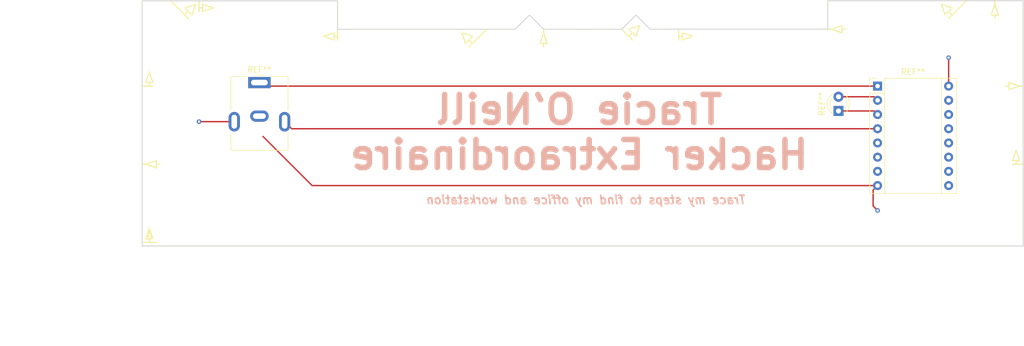
<source format=kicad_pcb>
(kicad_pcb (version 20171130) (host pcbnew "(5.0.2)-1")

  (general
    (thickness 1.6)
    (drawings 146)
    (tracks 20)
    (zones 0)
    (modules 3)
    (nets 1)
  )

  (page A4)
  (title_block
    (title "PCB Stencil")
    (date 2019-03-22)
    (rev 1.0)
    (company "Will Reynolds")
  )

  (layers
    (0 F.Cu signal)
    (31 B.Cu signal)
    (32 B.Adhes user)
    (33 F.Adhes user)
    (34 B.Paste user)
    (35 F.Paste user)
    (36 B.SilkS user)
    (37 F.SilkS user)
    (38 B.Mask user)
    (39 F.Mask user)
    (40 Dwgs.User user)
    (41 Cmts.User user)
    (42 Eco1.User user)
    (43 Eco2.User user)
    (44 Edge.Cuts user)
    (45 Margin user)
    (46 B.CrtYd user)
    (47 F.CrtYd user)
    (48 B.Fab user)
    (49 F.Fab user)
  )

  (setup
    (last_trace_width 0.25)
    (trace_clearance 0.2)
    (zone_clearance 0.508)
    (zone_45_only no)
    (trace_min 0.2)
    (segment_width 0.2)
    (edge_width 0.15)
    (via_size 0.8)
    (via_drill 0.4)
    (via_min_size 0.4)
    (via_min_drill 0.3)
    (uvia_size 0.3)
    (uvia_drill 0.1)
    (uvias_allowed no)
    (uvia_min_size 0.2)
    (uvia_min_drill 0.1)
    (pcb_text_width 0.3)
    (pcb_text_size 1.5 1.5)
    (mod_edge_width 0.15)
    (mod_text_size 1 1)
    (mod_text_width 0.15)
    (pad_size 1.524 1.524)
    (pad_drill 0.762)
    (pad_to_mask_clearance 0.051)
    (solder_mask_min_width 0.25)
    (aux_axis_origin 0 0)
    (visible_elements FFFFFF7F)
    (pcbplotparams
      (layerselection 0x010f0_ffffffff)
      (usegerberextensions false)
      (usegerberattributes false)
      (usegerberadvancedattributes false)
      (creategerberjobfile false)
      (excludeedgelayer true)
      (linewidth 0.100000)
      (plotframeref false)
      (viasonmask false)
      (mode 1)
      (useauxorigin false)
      (hpglpennumber 1)
      (hpglpenspeed 20)
      (hpglpendiameter 15.000000)
      (psnegative false)
      (psa4output false)
      (plotreference true)
      (plotvalue true)
      (plotinvisibletext false)
      (padsonsilk false)
      (subtractmaskfromsilk false)
      (outputformat 1)
      (mirror false)
      (drillshape 0)
      (scaleselection 1)
      (outputdirectory "Gerber/"))
  )

  (net 0 "")

  (net_class Default "This is the default net class."
    (clearance 0.2)
    (trace_width 0.25)
    (via_dia 0.8)
    (via_drill 0.4)
    (uvia_dia 0.3)
    (uvia_drill 0.1)
  )

  (module Connector_BarrelJack:BarrelJack_CUI_PJ-063AH_Horizontal (layer F.Cu) (tedit 5C94D294) (tstamp 5CA20CE4)
    (at 93.345 107.315)
    (descr "Barrel Jack, 2.0mm ID, 5.5mm OD, 24V, 8A, no switch, https://www.cui.com/product/resource/pj-063ah.pdf")
    (tags "barrel jack cui dc power")
    (fp_text reference REF** (at 0 -2.3) (layer F.SilkS)
      (effects (font (size 1 1) (thickness 0.15)))
    )
    (fp_text value "" (at 0 13) (layer F.Fab)
      (effects (font (size 1 1) (thickness 0.15)))
    )
    (fp_text user %R (at 0 5.5) (layer F.Fab)
      (effects (font (size 1 1) (thickness 0.15)))
    )
    (fp_line (start 6 -1.5) (end -6 -1.5) (layer F.CrtYd) (width 0.05))
    (fp_line (start 6 12.5) (end 6 -1.5) (layer F.CrtYd) (width 0.05))
    (fp_line (start -6 12.5) (end 6 12.5) (layer F.CrtYd) (width 0.05))
    (fp_line (start -6 -1.5) (end -6 12.5) (layer F.CrtYd) (width 0.05))
    (fp_line (start -1 -1.3) (end 1 -1.3) (layer F.SilkS) (width 0.12))
    (fp_line (start -5.11 12.11) (end -5.11 9.05) (layer F.SilkS) (width 0.12))
    (fp_line (start 5.11 12.11) (end -5.11 12.11) (layer F.SilkS) (width 0.12))
    (fp_line (start 5.11 9.05) (end 5.11 12.11) (layer F.SilkS) (width 0.12))
    (fp_line (start 5.11 -1.11) (end 5.11 4.95) (layer F.SilkS) (width 0.12))
    (fp_line (start 2.3 -1.11) (end 5.11 -1.11) (layer F.SilkS) (width 0.12))
    (fp_line (start -5.11 -1.11) (end -2.3 -1.11) (layer F.SilkS) (width 0.12))
    (fp_line (start -5.11 4.95) (end -5.11 -1.11) (layer F.SilkS) (width 0.12))
    (fp_line (start -5 12) (end -5 -1) (layer F.Fab) (width 0.1))
    (fp_line (start 5 12) (end -5 12) (layer F.Fab) (width 0.1))
    (fp_line (start 5 -1) (end 5 12) (layer F.Fab) (width 0.1))
    (fp_line (start 1 -1) (end 5 -1) (layer F.Fab) (width 0.1))
    (fp_line (start 0 0) (end 1 -1) (layer F.Fab) (width 0.1))
    (fp_line (start -1 -1) (end 0 0) (layer F.Fab) (width 0.1))
    (fp_line (start -5 -1) (end -1 -1) (layer F.Fab) (width 0.1))
    (pad "" np_thru_hole circle (at 0 9) (size 1.6 1.6) (drill 1.6) (layers *.Cu *.Mask))
    (pad MP thru_hole oval (at 4.5 7) (size 2 3.5) (drill oval 1 2.5) (layers *.Cu *.Mask))
    (pad MP thru_hole oval (at -4.5 7) (size 2 3.5) (drill oval 1 2.5) (layers *.Cu *.Mask))
    (pad 2 thru_hole oval (at 0 6) (size 3.3 2) (drill oval 2.3 1) (layers *.Cu *.Mask))
    (pad 1 thru_hole rect (at 0 0) (size 4 2) (drill oval 3 1) (layers *.Cu *.Mask))
    (model ${KISYS3DMOD}/Connector_BarrelJack.3dshapes/BarrelJack_CUI_PJ-063AH_Horizontal.wrl
      (at (xyz 0 0 0))
      (scale (xyz 1 1 1))
      (rotate (xyz 0 0 0))
    )
  )

  (module Module:Pololu_Breakout-16_15.2x20.3mm (layer F.Cu) (tedit 5C94D34F) (tstamp 5CA27063)
    (at 203.835 107.95)
    (descr "Pololu Breakout 16-pin 15.2x20.3mm 0.6x0.8\\")
    (tags "Pololu Breakout")
    (fp_text reference REF** (at 6.35 -2.54) (layer F.SilkS)
      (effects (font (size 1 1) (thickness 0.15)))
    )
    (fp_text value "" (at 6.35 20.17) (layer F.Fab)
      (effects (font (size 1 1) (thickness 0.15)))
    )
    (fp_line (start 14.21 19.3) (end -1.53 19.3) (layer F.CrtYd) (width 0.05))
    (fp_line (start 14.21 19.3) (end 14.21 -1.52) (layer F.CrtYd) (width 0.05))
    (fp_line (start -1.53 -1.52) (end -1.53 19.3) (layer F.CrtYd) (width 0.05))
    (fp_line (start -1.53 -1.52) (end 14.21 -1.52) (layer F.CrtYd) (width 0.05))
    (fp_line (start -1.27 19.05) (end -1.27 0) (layer F.Fab) (width 0.1))
    (fp_line (start 13.97 19.05) (end -1.27 19.05) (layer F.Fab) (width 0.1))
    (fp_line (start 13.97 -1.27) (end 13.97 19.05) (layer F.Fab) (width 0.1))
    (fp_line (start 0 -1.27) (end 13.97 -1.27) (layer F.Fab) (width 0.1))
    (fp_line (start -1.27 0) (end 0 -1.27) (layer F.Fab) (width 0.1))
    (fp_line (start 14.1 -1.4) (end 1.27 -1.4) (layer F.SilkS) (width 0.12))
    (fp_line (start 14.1 19.18) (end 14.1 -1.4) (layer F.SilkS) (width 0.12))
    (fp_line (start -1.4 19.18) (end 14.1 19.18) (layer F.SilkS) (width 0.12))
    (fp_line (start -1.4 1.27) (end -1.4 19.18) (layer F.SilkS) (width 0.12))
    (fp_line (start 1.27 1.27) (end -1.4 1.27) (layer F.SilkS) (width 0.12))
    (fp_line (start 1.27 -1.4) (end 1.27 1.27) (layer F.SilkS) (width 0.12))
    (fp_line (start -1.4 -1.4) (end -1.4 0) (layer F.SilkS) (width 0.12))
    (fp_line (start 0 -1.4) (end -1.4 -1.4) (layer F.SilkS) (width 0.12))
    (fp_line (start 1.27 1.27) (end 1.27 19.18) (layer F.SilkS) (width 0.12))
    (fp_line (start 11.43 -1.4) (end 11.43 19.18) (layer F.SilkS) (width 0.12))
    (fp_text user %R (at 6.35 0) (layer F.Fab)
      (effects (font (size 1 1) (thickness 0.15)))
    )
    (pad 16 thru_hole oval (at 12.7 0) (size 1.6 1.6) (drill 0.8) (layers *.Cu *.Mask))
    (pad 8 thru_hole oval (at 0 17.78) (size 1.6 1.6) (drill 0.8) (layers *.Cu *.Mask))
    (pad 15 thru_hole oval (at 12.7 2.54) (size 1.6 1.6) (drill 0.8) (layers *.Cu *.Mask))
    (pad 7 thru_hole oval (at 0 15.24) (size 1.6 1.6) (drill 0.8) (layers *.Cu *.Mask))
    (pad 14 thru_hole oval (at 12.7 5.08) (size 1.6 1.6) (drill 0.8) (layers *.Cu *.Mask))
    (pad 6 thru_hole oval (at 0 12.7) (size 1.6 1.6) (drill 0.8) (layers *.Cu *.Mask))
    (pad 13 thru_hole oval (at 12.7 7.62) (size 1.6 1.6) (drill 0.8) (layers *.Cu *.Mask))
    (pad 5 thru_hole oval (at 0 10.16) (size 1.6 1.6) (drill 0.8) (layers *.Cu *.Mask))
    (pad 12 thru_hole oval (at 12.7 10.16) (size 1.6 1.6) (drill 0.8) (layers *.Cu *.Mask))
    (pad 4 thru_hole oval (at 0 7.62) (size 1.6 1.6) (drill 0.8) (layers *.Cu *.Mask))
    (pad 11 thru_hole oval (at 12.7 12.7) (size 1.6 1.6) (drill 0.8) (layers *.Cu *.Mask))
    (pad 3 thru_hole oval (at 0 5.08) (size 1.6 1.6) (drill 0.8) (layers *.Cu *.Mask))
    (pad 10 thru_hole oval (at 12.7 15.24) (size 1.6 1.6) (drill 0.8) (layers *.Cu *.Mask))
    (pad 2 thru_hole oval (at 0 2.54) (size 1.6 1.6) (drill 0.8) (layers *.Cu *.Mask))
    (pad 9 thru_hole oval (at 12.7 17.78) (size 1.6 1.6) (drill 0.8) (layers *.Cu *.Mask))
    (pad 1 thru_hole rect (at 0 0) (size 1.6 1.6) (drill 0.8) (layers *.Cu *.Mask))
    (model ${KISYS3DMOD}/Module.3dshapes/Pololu_Breakout-16_15.2x20.3mm.wrl
      (at (xyz 0 0 0))
      (scale (xyz 1 1 1))
      (rotate (xyz 0 0 0))
    )
  )

  (module LED_THT:LED_D3.0mm_FlatTop (layer F.Cu) (tedit 5C94D3D4) (tstamp 5CA27B98)
    (at 196.85 112.395 90)
    (descr "LED, Round, FlatTop, diameter 3.0mm, 2 pins, http://www.kingbright.com/attachments/file/psearch/000/00/00/L-47XEC(Ver.9A).pdf")
    (tags "LED Round FlatTop diameter 3.0mm 2 pins")
    (fp_text reference REF** (at 1.27 -2.96 90) (layer F.SilkS)
      (effects (font (size 1 1) (thickness 0.15)))
    )
    (fp_text value LED (at 1.27 2.96 90) (layer F.Fab)
      (effects (font (size 1 1) (thickness 0.15)))
    )
    (fp_line (start 3.7 -2.25) (end -1.15 -2.25) (layer F.CrtYd) (width 0.05))
    (fp_line (start 3.7 2.25) (end 3.7 -2.25) (layer F.CrtYd) (width 0.05))
    (fp_line (start -1.15 2.25) (end 3.7 2.25) (layer F.CrtYd) (width 0.05))
    (fp_line (start -1.15 -2.25) (end -1.15 2.25) (layer F.CrtYd) (width 0.05))
    (fp_line (start -0.29 1.08) (end -0.29 1.236) (layer F.SilkS) (width 0.12))
    (fp_line (start -0.29 -1.236) (end -0.29 -1.08) (layer F.SilkS) (width 0.12))
    (fp_line (start -0.23 -1.16619) (end -0.23 1.16619) (layer F.Fab) (width 0.1))
    (fp_circle (center 1.27 0) (end 2.77 0) (layer F.Fab) (width 0.1))
    (fp_arc (start 1.27 0) (end 0.229039 1.08) (angle -87.9) (layer F.SilkS) (width 0.12))
    (fp_arc (start 1.27 0) (end 0.229039 -1.08) (angle 87.9) (layer F.SilkS) (width 0.12))
    (fp_arc (start 1.27 0) (end -0.29 1.235516) (angle -108.8) (layer F.SilkS) (width 0.12))
    (fp_arc (start 1.27 0) (end -0.29 -1.235516) (angle 108.8) (layer F.SilkS) (width 0.12))
    (fp_arc (start 1.27 0) (end -0.23 -1.16619) (angle 284.3) (layer F.Fab) (width 0.1))
    (pad 2 thru_hole circle (at 2.54 0 90) (size 1.8 1.8) (drill 0.9) (layers *.Cu *.Mask))
    (pad 1 thru_hole rect (at 0 0 90) (size 1.8 1.8) (drill 0.9) (layers *.Cu *.Mask))
    (model ${KISYS3DMOD}/LED_THT.3dshapes/LED_D3.0mm_FlatTop.wrl
      (at (xyz 0 0 0))
      (scale (xyz 1 1 1))
      (rotate (xyz 0 0 0))
    )
  )

  (gr_line (start 229.235 121.285) (end 228.6 121.285) (layer F.SilkS) (width 0.2))
  (gr_line (start 228.6 119.38) (end 229.235 121.285) (layer F.SilkS) (width 0.2))
  (gr_line (start 227.965 121.285) (end 228.6 119.38) (layer F.SilkS) (width 0.2))
  (gr_line (start 228.6 121.285) (end 227.965 121.285) (layer F.SilkS) (width 0.2))
  (gr_line (start 228.6 121.92) (end 228.6 121.285) (layer F.SilkS) (width 0.2))
  (gr_line (start 227.965 121.92) (end 228.6 121.92) (layer F.SilkS) (width 0.2))
  (gr_line (start 229.87 121.92) (end 227.965 121.92) (layer F.SilkS) (width 0.2))
  (gr_line (start 227.33 107.95) (end 226.695 107.95) (layer F.SilkS) (width 0.2))
  (gr_line (start 227.33 107.315) (end 227.33 107.95) (layer F.SilkS) (width 0.2))
  (gr_line (start 229.235 107.95) (end 227.33 107.315) (layer F.SilkS) (width 0.2))
  (gr_line (start 227.33 108.585) (end 229.235 107.95) (layer F.SilkS) (width 0.2))
  (gr_line (start 227.33 107.315) (end 227.33 108.585) (layer F.SilkS) (width 0.2))
  (gr_line (start 229.235 107.95) (end 227.33 107.315) (layer F.SilkS) (width 0.2))
  (gr_line (start 229.87 107.95) (end 229.235 107.95) (layer F.SilkS) (width 0.2))
  (gr_line (start 224.79 95.25) (end 224.79 95.885) (layer F.SilkS) (width 0.2))
  (gr_line (start 225.425 95.25) (end 224.79 95.25) (layer F.SilkS) (width 0.2))
  (gr_line (start 224.79 93.345) (end 225.425 95.25) (layer F.SilkS) (width 0.2))
  (gr_line (start 224.79 92.71) (end 224.79 93.345) (layer F.SilkS) (width 0.2))
  (gr_line (start 224.79 93.345) (end 224.79 92.71) (layer F.SilkS) (width 0.2))
  (gr_line (start 225.425 95.25) (end 224.79 93.345) (layer F.SilkS) (width 0.2))
  (gr_line (start 224.155 95.25) (end 225.425 95.25) (layer F.SilkS) (width 0.2))
  (gr_line (start 224.79 93.345) (end 224.155 95.25) (layer F.SilkS) (width 0.2))
  (gr_line (start 215.9 95.25) (end 216.535 94.615) (layer F.SilkS) (width 0.2))
  (gr_line (start 215.265 93.345) (end 215.9 95.25) (layer F.SilkS) (width 0.2))
  (gr_line (start 217.17 93.98) (end 215.265 93.345) (layer F.SilkS) (width 0.2))
  (gr_line (start 216.535 94.615) (end 217.17 93.98) (layer F.SilkS) (width 0.2))
  (gr_line (start 217.17 95.25) (end 216.535 94.615) (layer F.SilkS) (width 0.2))
  (gr_line (start 216.535 95.885) (end 217.17 95.25) (layer F.SilkS) (width 0.2))
  (gr_line (start 219.71 92.71) (end 216.535 95.885) (layer F.SilkS) (width 0.2))
  (gr_line (start 197.485 97.79) (end 198.12 97.79) (layer F.SilkS) (width 0.2))
  (gr_line (start 197.485 98.425) (end 197.485 97.79) (layer F.SilkS) (width 0.2))
  (gr_line (start 195.58 97.79) (end 197.485 98.425) (layer F.SilkS) (width 0.2))
  (gr_line (start 197.485 98.425) (end 195.58 97.79) (layer F.SilkS) (width 0.2))
  (gr_line (start 197.485 97.155) (end 197.485 98.425) (layer F.SilkS) (width 0.2))
  (gr_line (start 195.58 97.79) (end 197.485 97.155) (layer F.SilkS) (width 0.2))
  (gr_line (start 194.945 97.79) (end 195.58 97.79) (layer F.SilkS) (width 0.2))
  (gr_line (start 168.91 99.695) (end 168.91 99.06) (layer F.SilkS) (width 0.2))
  (gr_line (start 170.815 99.06) (end 168.91 99.695) (layer F.SilkS) (width 0.2))
  (gr_line (start 168.91 98.425) (end 170.815 99.06) (layer F.SilkS) (width 0.2))
  (gr_line (start 168.91 99.06) (end 168.91 98.425) (layer F.SilkS) (width 0.2))
  (gr_line (start 168.275 99.06) (end 168.91 99.06) (layer F.SilkS) (width 0.2))
  (gr_line (start 168.275 99.695) (end 168.275 99.06) (layer F.SilkS) (width 0.2))
  (gr_line (start 168.275 97.79) (end 168.275 99.695) (layer F.SilkS) (width 0.2))
  (gr_line (start 158.75 98.425) (end 158.115 97.79) (layer F.SilkS) (width 0.2))
  (gr_line (start 159.385 97.79) (end 160.02 98.425) (layer F.SilkS) (width 0.2))
  (gr_line (start 161.29 97.155) (end 159.385 97.79) (layer F.SilkS) (width 0.2))
  (gr_line (start 160.655 99.06) (end 161.29 97.155) (layer F.SilkS) (width 0.2))
  (gr_line (start 160.02 98.425) (end 160.655 99.06) (layer F.SilkS) (width 0.2))
  (gr_line (start 159.385 99.06) (end 160.02 98.425) (layer F.SilkS) (width 0.2))
  (gr_line (start 159.385 99.06) (end 158.75 98.425) (layer F.SilkS) (width 0.2))
  (gr_line (start 158.75 98.425) (end 160.02 99.695) (layer F.SilkS) (width 0.2))
  (gr_line (start 144.145 100.33) (end 144.145 100.965) (layer F.SilkS) (width 0.2))
  (gr_line (start 144.78 100.33) (end 144.145 100.33) (layer F.SilkS) (width 0.2))
  (gr_line (start 144.145 98.425) (end 144.78 100.33) (layer F.SilkS) (width 0.2))
  (gr_line (start 144.78 100.33) (end 144.145 98.425) (layer F.SilkS) (width 0.2))
  (gr_line (start 143.51 100.33) (end 144.78 100.33) (layer F.SilkS) (width 0.2))
  (gr_line (start 144.145 98.425) (end 143.51 100.33) (layer F.SilkS) (width 0.2))
  (gr_line (start 144.145 97.79) (end 144.145 98.425) (layer F.SilkS) (width 0.2))
  (gr_line (start 130.175 100.33) (end 130.81 99.695) (layer F.SilkS) (width 0.2))
  (gr_line (start 129.54 98.425) (end 130.175 100.33) (layer F.SilkS) (width 0.2))
  (gr_line (start 131.445 99.06) (end 129.54 98.425) (layer F.SilkS) (width 0.2))
  (gr_line (start 130.81 99.695) (end 131.445 99.06) (layer F.SilkS) (width 0.2))
  (gr_line (start 131.445 100.33) (end 130.81 99.695) (layer F.SilkS) (width 0.2))
  (gr_line (start 130.81 100.965) (end 131.445 100.33) (layer F.SilkS) (width 0.2))
  (gr_line (start 132.08 99.695) (end 130.81 100.965) (layer F.SilkS) (width 0.2))
  (gr_line (start 133.985 97.79) (end 132.08 99.695) (layer F.SilkS) (width 0.2))
  (gr_line (start 106.68 99.695) (end 106.68 99.06) (layer F.SilkS) (width 0.2))
  (gr_line (start 104.775 99.06) (end 106.68 99.695) (layer F.SilkS) (width 0.2))
  (gr_line (start 106.68 98.425) (end 104.775 99.06) (layer F.SilkS) (width 0.2))
  (gr_line (start 106.68 99.06) (end 106.68 98.425) (layer F.SilkS) (width 0.2))
  (gr_line (start 107.315 99.06) (end 106.68 99.06) (layer F.SilkS) (width 0.2))
  (gr_line (start 107.315 99.695) (end 107.315 99.06) (layer F.SilkS) (width 0.2))
  (gr_line (start 107.315 97.79) (end 107.315 99.695) (layer F.SilkS) (width 0.2))
  (gr_line (start 82.55 93.98) (end 82.55 92.71) (layer F.SilkS) (width 0.2))
  (gr_line (start 83.185 93.98) (end 82.55 93.98) (layer F.SilkS) (width 0.2))
  (gr_line (start 83.185 94.615) (end 83.185 93.98) (layer F.SilkS) (width 0.2))
  (gr_line (start 85.09 93.98) (end 83.185 94.615) (layer F.SilkS) (width 0.2))
  (gr_line (start 83.185 93.345) (end 85.09 93.98) (layer F.SilkS) (width 0.2))
  (gr_line (start 83.185 93.98) (end 83.185 93.345) (layer F.SilkS) (width 0.2))
  (gr_line (start 82.55 93.98) (end 83.185 93.98) (layer F.SilkS) (width 0.2))
  (gr_line (start 82.55 94.615) (end 82.55 93.98) (layer F.SilkS) (width 0.2))
  (gr_line (start 82.55 93.345) (end 82.55 94.615) (layer F.SilkS) (width 0.2))
  (gr_line (start 80.01 93.98) (end 80.645 94.615) (layer F.SilkS) (width 0.2))
  (gr_line (start 81.915 93.345) (end 80.01 93.98) (layer F.SilkS) (width 0.2))
  (gr_line (start 81.28 95.25) (end 81.915 93.345) (layer F.SilkS) (width 0.2))
  (gr_line (start 80.645 94.615) (end 81.28 95.25) (layer F.SilkS) (width 0.2))
  (gr_line (start 80.01 95.25) (end 80.645 94.615) (layer F.SilkS) (width 0.2))
  (gr_line (start 80.645 95.885) (end 80.01 95.25) (layer F.SilkS) (width 0.2))
  (gr_line (start 77.47 92.71) (end 80.645 95.885) (layer F.SilkS) (width 0.2))
  (gr_line (start 72.39 121.92) (end 73.025 121.92) (layer F.SilkS) (width 0.2))
  (gr_line (start 73.025 121.92) (end 72.39 121.92) (layer F.SilkS) (width 0.2))
  (gr_line (start 73.025 107.315) (end 73.66 107.315) (layer F.SilkS) (width 0.2))
  (gr_line (start 73.66 105.41) (end 73.025 107.315) (layer F.SilkS) (width 0.2))
  (gr_line (start 74.295 107.315) (end 73.66 105.41) (layer F.SilkS) (width 0.2))
  (gr_line (start 73.66 107.315) (end 74.295 107.315) (layer F.SilkS) (width 0.2))
  (gr_line (start 73.66 107.95) (end 73.66 107.315) (layer F.SilkS) (width 0.2))
  (gr_line (start 74.295 107.95) (end 73.66 107.95) (layer F.SilkS) (width 0.2))
  (gr_line (start 72.39 107.95) (end 74.295 107.95) (layer F.SilkS) (width 0.2))
  (gr_line (start 74.93 121.92) (end 75.565 121.92) (layer F.SilkS) (width 0.2))
  (gr_line (start 74.93 122.555) (end 74.93 121.92) (layer F.SilkS) (width 0.2))
  (gr_line (start 73.025 121.92) (end 74.93 122.555) (layer F.SilkS) (width 0.2))
  (gr_line (start 74.93 122.555) (end 73.025 121.92) (layer F.SilkS) (width 0.2))
  (gr_line (start 74.93 121.285) (end 74.93 122.555) (layer F.SilkS) (width 0.2))
  (gr_line (start 73.025 121.92) (end 74.93 121.285) (layer F.SilkS) (width 0.2))
  (gr_line (start 74.295 135.255) (end 73.66 134.62) (layer F.SilkS) (width 0.2))
  (gr_line (start 73.66 133.35) (end 74.295 135.255) (layer F.SilkS) (width 0.2))
  (gr_line (start 73.66 133.985) (end 73.66 133.35) (layer F.SilkS) (width 0.2))
  (gr_line (start 73.66 134.62) (end 73.66 133.985) (layer F.SilkS) (width 0.2))
  (gr_line (start 73.025 135.255) (end 73.66 134.62) (layer F.SilkS) (width 0.2))
  (gr_line (start 73.025 135.255) (end 73.66 135.255) (layer F.SilkS) (width 0.2))
  (gr_line (start 73.66 133.35) (end 73.025 135.255) (layer F.SilkS) (width 0.2))
  (gr_line (start 74.295 135.255) (end 73.66 133.35) (layer F.SilkS) (width 0.2))
  (gr_line (start 73.66 135.255) (end 74.295 135.255) (layer F.SilkS) (width 0.2))
  (gr_line (start 73.66 135.89) (end 73.66 135.255) (layer F.SilkS) (width 0.2))
  (gr_line (start 74.93 135.89) (end 73.66 135.89) (layer F.SilkS) (width 0.2))
  (gr_line (start 74.295 135.89) (end 74.93 135.89) (layer F.SilkS) (width 0.2))
  (gr_line (start 72.39 135.89) (end 74.295 135.89) (layer F.SilkS) (width 0.2))
  (gr_text "Trace my steps to find my office and workstation" (at 151.765 128.27) (layer B.SilkS)
    (effects (font (size 1.5 1.5) (thickness 0.3) italic) (justify mirror))
  )
  (gr_text "Tracie O'Neill\nHacker Extraordinaire" (at 150.495 116.205) (layer B.SilkS)
    (effects (font (size 5 5) (thickness 1)) (justify mirror))
  )
  (dimension 43.815 (width 0.3) (layer Dwgs.User)
    (gr_text "43.815 mm" (at 52.51 114.6175 270) (layer Dwgs.User)
      (effects (font (size 1.5 1.5) (thickness 0.3)))
    )
    (feature1 (pts (xy 72.39 136.525) (xy 54.023579 136.525)))
    (feature2 (pts (xy 72.39 92.71) (xy 54.023579 92.71)))
    (crossbar (pts (xy 54.61 92.71) (xy 54.61 136.525)))
    (arrow1a (pts (xy 54.61 136.525) (xy 54.023579 135.398496)))
    (arrow1b (pts (xy 54.61 136.525) (xy 55.196421 135.398496)))
    (arrow2a (pts (xy 54.61 92.71) (xy 54.023579 93.836504)))
    (arrow2b (pts (xy 54.61 92.71) (xy 55.196421 93.836504)))
  )
  (gr_line (start 229.87 121.92) (end 229.87 136.525) (layer Edge.Cuts) (width 0.15))
  (gr_line (start 229.852028 121.900624) (end 229.852028 107.930624) (layer Edge.Cuts) (width 0.15) (tstamp 5C94CF75))
  (gr_line (start 163.195 97.79) (end 160.655 95.25) (layer Edge.Cuts) (width 0.15) (tstamp 5C94CF78))
  (gr_line (start 160.655 95.25) (end 158.115 97.79) (layer Edge.Cuts) (width 0.15) (tstamp 5C94CF77))
  (gr_line (start 158.115 97.79) (end 151.13 97.79) (layer Edge.Cuts) (width 0.15) (tstamp 5C94CF76))
  (gr_line (start 168.257028 97.770624) (end 163.195 97.79) (layer Edge.Cuts) (width 0.15) (tstamp 5C94CF74))
  (gr_line (start 194.927028 97.770624) (end 168.257028 97.770624) (layer Edge.Cuts) (width 0.15) (tstamp 5C94CF73))
  (gr_line (start 194.927028 92.690624) (end 194.927028 97.770624) (layer Edge.Cuts) (width 0.15) (tstamp 5C94CF72))
  (gr_line (start 219.692028 92.690624) (end 194.927028 92.690624) (layer Edge.Cuts) (width 0.15) (tstamp 5C94CF71))
  (gr_line (start 224.772028 92.690624) (end 219.692028 92.690624) (layer Edge.Cuts) (width 0.15) (tstamp 5C94CF70))
  (gr_line (start 229.852028 92.690624) (end 224.772028 92.690624) (layer Edge.Cuts) (width 0.15) (tstamp 5C94CF6F))
  (gr_line (start 229.852028 107.930624) (end 229.852028 92.690624) (layer Edge.Cuts) (width 0.15) (tstamp 5C94CF6E))
  (gr_line (start 144.145 97.79) (end 151.13 97.79) (layer Edge.Cuts) (width 0.15))
  (gr_line (start 141.605 95.25) (end 144.145 97.79) (layer Edge.Cuts) (width 0.15))
  (gr_line (start 139.065 97.79) (end 141.605 95.25) (layer Edge.Cuts) (width 0.15))
  (gr_line (start 133.985 97.79) (end 139.065 97.79) (layer Edge.Cuts) (width 0.15))
  (gr_line (start 107.315 97.79) (end 133.985 97.79) (layer Edge.Cuts) (width 0.15))
  (gr_line (start 107.315 92.71) (end 107.315 97.79) (layer Edge.Cuts) (width 0.15))
  (gr_line (start 82.55 92.71) (end 107.315 92.71) (layer Edge.Cuts) (width 0.15))
  (gr_line (start 77.47 92.71) (end 82.55 92.71) (layer Edge.Cuts) (width 0.15))
  (gr_line (start 72.39 92.71) (end 77.47 92.71) (layer Edge.Cuts) (width 0.15))
  (gr_line (start 72.39 107.95) (end 72.39 92.71) (layer Edge.Cuts) (width 0.15))
  (gr_line (start 72.39 121.92) (end 72.39 107.95) (layer Edge.Cuts) (width 0.15))
  (gr_line (start 72.39 136.525) (end 72.39 121.92) (layer Edge.Cuts) (width 0.15))
  (gr_line (start 72.39 136.525) (end 229.87 136.525) (layer Edge.Cuts) (width 0.15))
  (dimension 157.48 (width 0.3) (layer Dwgs.User)
    (gr_text "157.480 mm" (at 151.13 155.77) (layer Dwgs.User)
      (effects (font (size 1.5 1.5) (thickness 0.3)))
    )
    (feature1 (pts (xy 229.87 136.525) (xy 229.87 154.256421)))
    (feature2 (pts (xy 72.39 136.525) (xy 72.39 154.256421)))
    (crossbar (pts (xy 72.39 153.67) (xy 229.87 153.67)))
    (arrow1a (pts (xy 229.87 153.67) (xy 228.743496 154.256421)))
    (arrow1b (pts (xy 229.87 153.67) (xy 228.743496 153.083579)))
    (arrow2a (pts (xy 72.39 153.67) (xy 73.516504 154.256421)))
    (arrow2b (pts (xy 72.39 153.67) (xy 73.516504 153.083579)))
  )

  (segment (start 93.98 107.95) (end 93.345 107.315) (width 0.25) (layer F.Cu) (net 0))
  (segment (start 203.835 107.95) (end 93.98 107.95) (width 0.25) (layer F.Cu) (net 0))
  (segment (start 99.1 115.57) (end 97.845 114.315) (width 0.25) (layer F.Cu) (net 0))
  (segment (start 203.835 115.57) (end 99.1 115.57) (width 0.25) (layer F.Cu) (net 0))
  (segment (start 102.76 125.73) (end 93.345 116.315) (width 0.25) (layer F.Cu) (net 0))
  (segment (start 203.835 125.73) (end 102.76 125.73) (width 0.25) (layer F.Cu) (net 0))
  (via (at 216.535 102.87) (size 0.8) (drill 0.4) (layers F.Cu B.Cu) (net 0))
  (segment (start 216.535 107.95) (end 216.535 102.87) (width 0.25) (layer F.Cu) (net 0))
  (via (at 203.835 130.175) (size 0.8) (drill 0.4) (layers F.Cu B.Cu) (net 0))
  (segment (start 203.435001 129.775001) (end 203.835 130.175) (width 0.25) (layer F.Cu) (net 0))
  (segment (start 203.035001 129.375001) (end 203.435001 129.775001) (width 0.25) (layer F.Cu) (net 0))
  (segment (start 203.035001 126.529999) (end 203.035001 129.375001) (width 0.25) (layer F.Cu) (net 0))
  (segment (start 203.835 125.73) (end 203.035001 126.529999) (width 0.25) (layer F.Cu) (net 0))
  (via (at 82.55 114.3) (size 0.8) (drill 0.4) (layers F.Cu B.Cu) (net 0))
  (segment (start 88.83 114.3) (end 88.845 114.315) (width 0.25) (layer F.Cu) (net 0))
  (segment (start 82.55 114.3) (end 88.83 114.3) (width 0.25) (layer F.Cu) (net 0))
  (segment (start 203.2 112.395) (end 203.835 113.03) (width 0.25) (layer F.Cu) (net 0))
  (segment (start 196.85 112.395) (end 203.2 112.395) (width 0.25) (layer F.Cu) (net 0))
  (segment (start 203.2 109.855) (end 203.835 110.49) (width 0.25) (layer F.Cu) (net 0))
  (segment (start 196.85 109.855) (end 203.2 109.855) (width 0.25) (layer F.Cu) (net 0))

)

</source>
